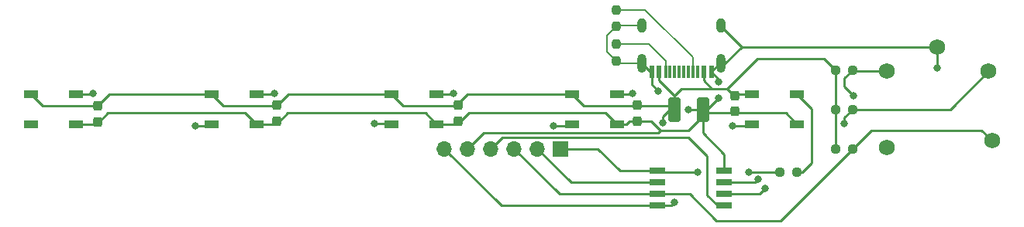
<source format=gbr>
%TF.GenerationSoftware,KiCad,Pcbnew,(6.0.9)*%
%TF.CreationDate,2022-11-05T18:14:27+01:00*%
%TF.ProjectId,pcb,7063622e-6b69-4636-9164-5f7063625858,rev?*%
%TF.SameCoordinates,Original*%
%TF.FileFunction,Copper,L1,Top*%
%TF.FilePolarity,Positive*%
%FSLAX46Y46*%
G04 Gerber Fmt 4.6, Leading zero omitted, Abs format (unit mm)*
G04 Created by KiCad (PCBNEW (6.0.9)) date 2022-11-05 18:14:27*
%MOMM*%
%LPD*%
G01*
G04 APERTURE LIST*
G04 Aperture macros list*
%AMRoundRect*
0 Rectangle with rounded corners*
0 $1 Rounding radius*
0 $2 $3 $4 $5 $6 $7 $8 $9 X,Y pos of 4 corners*
0 Add a 4 corners polygon primitive as box body*
4,1,4,$2,$3,$4,$5,$6,$7,$8,$9,$2,$3,0*
0 Add four circle primitives for the rounded corners*
1,1,$1+$1,$2,$3*
1,1,$1+$1,$4,$5*
1,1,$1+$1,$6,$7*
1,1,$1+$1,$8,$9*
0 Add four rect primitives between the rounded corners*
20,1,$1+$1,$2,$3,$4,$5,0*
20,1,$1+$1,$4,$5,$6,$7,0*
20,1,$1+$1,$6,$7,$8,$9,0*
20,1,$1+$1,$8,$9,$2,$3,0*%
G04 Aperture macros list end*
%TA.AperFunction,ComponentPad*%
%ADD10R,1.700000X1.700000*%
%TD*%
%TA.AperFunction,ComponentPad*%
%ADD11O,1.700000X1.700000*%
%TD*%
%TA.AperFunction,ComponentPad*%
%ADD12C,1.750000*%
%TD*%
%TA.AperFunction,SMDPad,CuDef*%
%ADD13R,0.600000X1.450000*%
%TD*%
%TA.AperFunction,SMDPad,CuDef*%
%ADD14R,0.300000X1.450000*%
%TD*%
%TA.AperFunction,ComponentPad*%
%ADD15O,1.000000X1.600000*%
%TD*%
%TA.AperFunction,ComponentPad*%
%ADD16O,1.000000X2.100000*%
%TD*%
%TA.AperFunction,SMDPad,CuDef*%
%ADD17RoundRect,0.237500X-0.237500X0.300000X-0.237500X-0.300000X0.237500X-0.300000X0.237500X0.300000X0*%
%TD*%
%TA.AperFunction,SMDPad,CuDef*%
%ADD18RoundRect,0.250000X-0.412500X-1.100000X0.412500X-1.100000X0.412500X1.100000X-0.412500X1.100000X0*%
%TD*%
%TA.AperFunction,SMDPad,CuDef*%
%ADD19R,1.500000X0.900000*%
%TD*%
%TA.AperFunction,SMDPad,CuDef*%
%ADD20RoundRect,0.237500X0.250000X0.237500X-0.250000X0.237500X-0.250000X-0.237500X0.250000X-0.237500X0*%
%TD*%
%TA.AperFunction,SMDPad,CuDef*%
%ADD21R,1.700000X0.650000*%
%TD*%
%TA.AperFunction,SMDPad,CuDef*%
%ADD22RoundRect,0.237500X-0.237500X0.250000X-0.237500X-0.250000X0.237500X-0.250000X0.237500X0.250000X0*%
%TD*%
%TA.AperFunction,SMDPad,CuDef*%
%ADD23RoundRect,0.237500X-0.250000X-0.237500X0.250000X-0.237500X0.250000X0.237500X-0.250000X0.237500X0*%
%TD*%
%TA.AperFunction,ViaPad*%
%ADD24C,0.800000*%
%TD*%
%TA.AperFunction,Conductor*%
%ADD25C,0.250000*%
%TD*%
%TA.AperFunction,Conductor*%
%ADD26C,0.150000*%
%TD*%
G04 APERTURE END LIST*
D10*
%TO.P,J2,1,Pin_1*%
%TO.N,/PB0*%
X151892000Y-103378000D03*
D11*
%TO.P,J2,2,Pin_2*%
%TO.N,/PB1*%
X149352000Y-103378000D03*
%TO.P,J2,3,Pin_3*%
%TO.N,/PB2*%
X146812000Y-103378000D03*
%TO.P,J2,4,Pin_4*%
%TO.N,/PB5*%
X144272000Y-103378000D03*
%TO.P,J2,5,Pin_5*%
%TO.N,GND*%
X141732000Y-103378000D03*
%TO.P,J2,6,Pin_6*%
%TO.N,+5V*%
X139192000Y-103378000D03*
%TD*%
D12*
%TO.P,SW1,A,A*%
%TO.N,/PB3*%
X187490000Y-94910000D03*
%TO.P,SW1,B,B*%
%TO.N,/PB4*%
X198590000Y-94910000D03*
%TO.P,SW1,C,C*%
%TO.N,GND*%
X193040000Y-92210000D03*
%TO.P,SW1,S1,S1*%
%TO.N,/PB2*%
X198990000Y-102510000D03*
%TO.P,SW1,S2,S2*%
%TO.N,GND*%
X187490000Y-103210000D03*
%TD*%
D13*
%TO.P,J1,A1,GND*%
%TO.N,GND*%
X168350000Y-94977000D03*
%TO.P,J1,A4,VBUS*%
%TO.N,+5V*%
X167550000Y-94977000D03*
D14*
%TO.P,J1,A5,CC1*%
%TO.N,Net-(J1-PadA5)*%
X166350000Y-94977000D03*
%TO.P,J1,A6,D+*%
%TO.N,unconnected-(J1-PadA6)*%
X165350000Y-94977000D03*
%TO.P,J1,A7,D-*%
%TO.N,unconnected-(J1-PadA7)*%
X164850000Y-94977000D03*
%TO.P,J1,A8,SBU1*%
%TO.N,unconnected-(J1-PadA8)*%
X163850000Y-94977000D03*
D13*
%TO.P,J1,A9,VBUS*%
%TO.N,+5V*%
X162650000Y-94977000D03*
%TO.P,J1,A12,GND*%
%TO.N,GND*%
X161850000Y-94977000D03*
%TO.P,J1,B1,GND*%
X161850000Y-94977000D03*
%TO.P,J1,B4,VBUS*%
%TO.N,+5V*%
X162650000Y-94977000D03*
D14*
%TO.P,J1,B5,CC2*%
%TO.N,Net-(J1-PadB5)*%
X163350000Y-94977000D03*
%TO.P,J1,B6,D+*%
%TO.N,unconnected-(J1-PadB6)*%
X164350000Y-94977000D03*
%TO.P,J1,B7,D-*%
%TO.N,unconnected-(J1-PadB7)*%
X165850000Y-94977000D03*
%TO.P,J1,B8,SBU2*%
%TO.N,unconnected-(J1-PadB8)*%
X166850000Y-94977000D03*
D13*
%TO.P,J1,B9,VBUS*%
%TO.N,+5V*%
X167550000Y-94977000D03*
%TO.P,J1,B12,GND*%
%TO.N,GND*%
X168350000Y-94977000D03*
D15*
%TO.P,J1,S1,SHIELD*%
X169420000Y-89882000D03*
D16*
X169420000Y-94062000D03*
X160780000Y-94062000D03*
D15*
X160780000Y-89882000D03*
%TD*%
D17*
%TO.P,C6,1*%
%TO.N,+5V*%
X101346000Y-98705500D03*
%TO.P,C6,2*%
%TO.N,GND*%
X101346000Y-100430500D03*
%TD*%
%TO.P,C5,1*%
%TO.N,+5V*%
X120904000Y-98605000D03*
%TO.P,C5,2*%
%TO.N,GND*%
X120904000Y-100330000D03*
%TD*%
%TO.P,C4,1*%
%TO.N,+5V*%
X140716000Y-98605000D03*
%TO.P,C4,2*%
%TO.N,GND*%
X140716000Y-100330000D03*
%TD*%
%TO.P,C3,1*%
%TO.N,+5V*%
X160274000Y-98605000D03*
%TO.P,C3,2*%
%TO.N,GND*%
X160274000Y-100330000D03*
%TD*%
%TO.P,C2,1*%
%TO.N,+5V*%
X170942000Y-97536000D03*
%TO.P,C2,2*%
%TO.N,GND*%
X170942000Y-99261000D03*
%TD*%
D18*
%TO.P,C1,1*%
%TO.N,+5V*%
X164299500Y-99060000D03*
%TO.P,C1,2*%
%TO.N,GND*%
X167424500Y-99060000D03*
%TD*%
D19*
%TO.P,D4,1,VDD*%
%TO.N,+5V*%
X113755000Y-97410000D03*
%TO.P,D4,2,DOUT*%
%TO.N,Net-(D4-Pad2)*%
X113755000Y-100710000D03*
%TO.P,D4,3,VSS*%
%TO.N,GND*%
X118655000Y-100710000D03*
%TO.P,D4,4,DIN*%
%TO.N,Net-(D3-Pad2)*%
X118655000Y-97410000D03*
%TD*%
D20*
%TO.P,R5,1*%
%TO.N,/PB2*%
X183792500Y-103378000D03*
%TO.P,R5,2*%
%TO.N,+5V*%
X181967500Y-103378000D03*
%TD*%
D21*
%TO.P,U1,1,~{RESET}/PB5*%
%TO.N,/PB5*%
X169766000Y-109601000D03*
%TO.P,U1,2,XTAL1/PB3*%
%TO.N,/PB3*%
X169766000Y-108331000D03*
%TO.P,U1,3,XTAL2/PB4*%
%TO.N,/PB4*%
X169766000Y-107061000D03*
%TO.P,U1,4,GND*%
%TO.N,GND*%
X169766000Y-105791000D03*
%TO.P,U1,5,AREF/PB0*%
%TO.N,/PB0*%
X162466000Y-105791000D03*
%TO.P,U1,6,PB1*%
%TO.N,/PB1*%
X162466000Y-107061000D03*
%TO.P,U1,7,PB2*%
%TO.N,/PB2*%
X162466000Y-108331000D03*
%TO.P,U1,8,VCC*%
%TO.N,+5V*%
X162466000Y-109601000D03*
%TD*%
D19*
%TO.P,D3,1,VDD*%
%TO.N,+5V*%
X133440000Y-97410000D03*
%TO.P,D3,2,DOUT*%
%TO.N,Net-(D3-Pad2)*%
X133440000Y-100710000D03*
%TO.P,D3,3,VSS*%
%TO.N,GND*%
X138340000Y-100710000D03*
%TO.P,D3,4,DIN*%
%TO.N,Net-(D2-Pad2)*%
X138340000Y-97410000D03*
%TD*%
D22*
%TO.P,R2,1*%
%TO.N,Net-(J1-PadA5)*%
X157988000Y-88138000D03*
%TO.P,R2,2*%
%TO.N,GND*%
X157988000Y-89963000D03*
%TD*%
D19*
%TO.P,D2,1,VDD*%
%TO.N,+5V*%
X153125000Y-97410000D03*
%TO.P,D2,2,DOUT*%
%TO.N,Net-(D2-Pad2)*%
X153125000Y-100710000D03*
%TO.P,D2,3,VSS*%
%TO.N,GND*%
X158025000Y-100710000D03*
%TO.P,D2,4,DIN*%
%TO.N,Net-(D1-Pad2)*%
X158025000Y-97410000D03*
%TD*%
%TO.P,D1,1,VDD*%
%TO.N,+5V*%
X172810000Y-97410000D03*
%TO.P,D1,2,DOUT*%
%TO.N,Net-(D1-Pad2)*%
X172810000Y-100710000D03*
%TO.P,D1,3,VSS*%
%TO.N,GND*%
X177710000Y-100710000D03*
%TO.P,D1,4,DIN*%
%TO.N,Net-(D1-Pad4)*%
X177710000Y-97410000D03*
%TD*%
D20*
%TO.P,R4,1*%
%TO.N,/PB4*%
X183792500Y-99060000D03*
%TO.P,R4,2*%
%TO.N,+5V*%
X181967500Y-99060000D03*
%TD*%
%TO.P,R3,1*%
%TO.N,/PB3*%
X183792500Y-94742000D03*
%TO.P,R3,2*%
%TO.N,+5V*%
X181967500Y-94742000D03*
%TD*%
D23*
%TO.P,R6,1*%
%TO.N,/PB0*%
X175871500Y-105918000D03*
%TO.P,R6,2*%
%TO.N,Net-(D1-Pad4)*%
X177696500Y-105918000D03*
%TD*%
D22*
%TO.P,R1,2*%
%TO.N,GND*%
X157988000Y-93726000D03*
%TO.P,R1,1*%
%TO.N,Net-(J1-PadB5)*%
X157988000Y-91901000D03*
%TD*%
D19*
%TO.P,D5,1,VDD*%
%TO.N,+5V*%
X94070000Y-97410000D03*
%TO.P,D5,2,DOUT*%
%TO.N,unconnected-(D5-Pad2)*%
X94070000Y-100710000D03*
%TO.P,D5,3,VSS*%
%TO.N,GND*%
X98970000Y-100710000D03*
%TO.P,D5,4,DIN*%
%TO.N,Net-(D4-Pad2)*%
X98970000Y-97410000D03*
%TD*%
D24*
%TO.N,GND*%
X169164000Y-96012000D03*
X169164000Y-97790000D03*
X193040000Y-94488000D03*
%TO.N,+5V*%
X163072299Y-100579701D03*
X164338000Y-109220000D03*
%TO.N,GND*%
X162560000Y-97028000D03*
X165862000Y-99060000D03*
%TO.N,Net-(D1-Pad2)*%
X159766000Y-97282000D03*
X170688000Y-100838000D03*
%TO.N,Net-(D2-Pad2)*%
X140208000Y-97282000D03*
X151130000Y-100838000D03*
%TO.N,Net-(D3-Pad2)*%
X131572000Y-100584000D03*
X120650000Y-97282000D03*
%TO.N,Net-(D4-Pad2)*%
X112014000Y-100838000D03*
X100838000Y-97282000D03*
%TO.N,/PB0*%
X166878000Y-105918000D03*
X172466000Y-105918000D03*
%TO.N,/PB3*%
X183896000Y-97536000D03*
X174244000Y-107696000D03*
%TO.N,/PB4*%
X182880000Y-100584000D03*
X173482000Y-106680000D03*
%TD*%
D25*
%TO.N,GND*%
X167424500Y-99060000D02*
X167894000Y-99060000D01*
X169164000Y-95791000D02*
X168350000Y-94977000D01*
X167894000Y-99060000D02*
X169164000Y-97790000D01*
X169164000Y-96012000D02*
X169164000Y-95791000D01*
%TO.N,+5V*%
X168402000Y-96774000D02*
X170053000Y-96774000D01*
X165100000Y-96774000D02*
X168402000Y-96774000D01*
X168402000Y-96774000D02*
X167550000Y-95922000D01*
X167550000Y-95922000D02*
X167550000Y-94977000D01*
%TO.N,GND*%
X169420000Y-94062000D02*
X169265000Y-94062000D01*
X169265000Y-94062000D02*
X168350000Y-94977000D01*
X171712000Y-92210000D02*
X171696000Y-92210000D01*
X193040000Y-92210000D02*
X171712000Y-92210000D01*
X171712000Y-92210000D02*
X169420000Y-89918000D01*
X169420000Y-89918000D02*
X169420000Y-89882000D01*
X171696000Y-92210000D02*
X169844000Y-94062000D01*
X169844000Y-94062000D02*
X169420000Y-94062000D01*
X161850000Y-94977000D02*
X161695000Y-94977000D01*
X161695000Y-94977000D02*
X160780000Y-94062000D01*
D26*
X157988000Y-93726000D02*
X158324000Y-94062000D01*
X158324000Y-94062000D02*
X160780000Y-94062000D01*
X157988000Y-89963000D02*
X156972000Y-90979000D01*
X156972000Y-90979000D02*
X156972000Y-92710000D01*
X156972000Y-92710000D02*
X157988000Y-93726000D01*
X157988000Y-89963000D02*
X158069000Y-89882000D01*
X158069000Y-89882000D02*
X160780000Y-89882000D01*
%TO.N,Net-(J1-PadB5)*%
X157988000Y-91901000D02*
X161498241Y-91901000D01*
X161498241Y-91901000D02*
X163350000Y-93752759D01*
X163350000Y-93752759D02*
X163350000Y-94977000D01*
%TO.N,Net-(J1-PadA5)*%
X157988000Y-88138000D02*
X161117000Y-88138000D01*
X161117000Y-88138000D02*
X166350000Y-93371000D01*
X166350000Y-93371000D02*
X166350000Y-94977000D01*
D25*
%TO.N,+5V*%
X164338000Y-97536000D02*
X165100000Y-96774000D01*
X164338000Y-97536000D02*
X164338000Y-99021500D01*
X164338000Y-97536000D02*
X162650000Y-95848000D01*
X162650000Y-95848000D02*
X162650000Y-94977000D01*
%TO.N,GND*%
X162560000Y-97028000D02*
X161850000Y-96318000D01*
X161850000Y-96318000D02*
X161850000Y-94977000D01*
%TO.N,+5V*%
X162466000Y-109601000D02*
X146177000Y-109601000D01*
X146177000Y-109601000D02*
X145415000Y-109601000D01*
X145415000Y-109601000D02*
X139192000Y-103378000D01*
%TO.N,/PB0*%
X162466000Y-105791000D02*
X158369000Y-105791000D01*
X158369000Y-105791000D02*
X155956000Y-103378000D01*
X155956000Y-103378000D02*
X151892000Y-103378000D01*
%TO.N,/PB1*%
X162466000Y-107061000D02*
X153289000Y-107061000D01*
X153289000Y-107061000D02*
X153035000Y-107061000D01*
X153035000Y-107061000D02*
X149352000Y-103378000D01*
%TO.N,/PB2*%
X162466000Y-108331000D02*
X152273000Y-108331000D01*
X152273000Y-108331000D02*
X151765000Y-108331000D01*
X151765000Y-108331000D02*
X146812000Y-103378000D01*
%TO.N,/PB5*%
X169766000Y-109601000D02*
X169037000Y-109601000D01*
X169037000Y-109601000D02*
X167894000Y-108458000D01*
X167894000Y-104140000D02*
X165862000Y-102108000D01*
X167894000Y-108458000D02*
X167894000Y-104140000D01*
X165862000Y-102108000D02*
X145542000Y-102108000D01*
X145542000Y-102108000D02*
X144272000Y-103378000D01*
%TO.N,GND*%
X162814000Y-101346000D02*
X162560000Y-101600000D01*
X162560000Y-101600000D02*
X143510000Y-101600000D01*
X143510000Y-101600000D02*
X141732000Y-103378000D01*
X162814000Y-101346000D02*
X165862000Y-101346000D01*
X167424500Y-99783500D02*
X167424500Y-99060000D01*
X165862000Y-101346000D02*
X167424500Y-99783500D01*
%TO.N,/PB2*%
X183792500Y-103378000D02*
X185824500Y-101346000D01*
X185824500Y-101346000D02*
X197826000Y-101346000D01*
X197826000Y-101346000D02*
X198990000Y-102510000D01*
%TO.N,GND*%
X193040000Y-92210000D02*
X193040000Y-94488000D01*
%TO.N,+5V*%
X170053000Y-96774000D02*
X170689000Y-97410000D01*
X170689000Y-97410000D02*
X172810000Y-97410000D01*
X170053000Y-96774000D02*
X173355000Y-93472000D01*
X173355000Y-93472000D02*
X180697500Y-93472000D01*
X180697500Y-93472000D02*
X181967500Y-94742000D01*
%TO.N,GND*%
X158025000Y-100710000D02*
X159031500Y-100710000D01*
X159411500Y-100330000D02*
X161798000Y-100330000D01*
X159031500Y-100710000D02*
X159411500Y-100330000D01*
X161798000Y-100330000D02*
X162814000Y-101346000D01*
X141885500Y-99467500D02*
X156782500Y-99467500D01*
X138340000Y-100710000D02*
X140643000Y-100710000D01*
X140643000Y-100710000D02*
X141885500Y-99467500D01*
X118655000Y-100710000D02*
X120854750Y-100710000D01*
X120854750Y-100710000D02*
X122097250Y-99467500D01*
X122097250Y-99467500D02*
X137097500Y-99467500D01*
X137097500Y-99467500D02*
X138340000Y-100710000D01*
X98970000Y-100710000D02*
X101220000Y-100710000D01*
X101220000Y-100710000D02*
X102462500Y-99467500D01*
X102462500Y-99467500D02*
X117412500Y-99467500D01*
X117412500Y-99467500D02*
X118655000Y-100710000D01*
%TO.N,+5V*%
X102588500Y-97410000D02*
X113755000Y-97410000D01*
X122146500Y-97410000D02*
X133440000Y-97410000D01*
X163957000Y-109601000D02*
X164338000Y-109220000D01*
X154367500Y-98652500D02*
X160274000Y-98652500D01*
X163072299Y-99826299D02*
X163068000Y-99822000D01*
X94070000Y-97410000D02*
X95312500Y-98652500D01*
X153125000Y-97410000D02*
X154367500Y-98652500D01*
X140462000Y-98652500D02*
X141704500Y-97410000D01*
X162466000Y-109601000D02*
X163957000Y-109601000D01*
X141704500Y-97410000D02*
X153125000Y-97410000D01*
X163892000Y-98652500D02*
X164299500Y-99060000D01*
X163068000Y-99822000D02*
X163830000Y-99060000D01*
X181967500Y-94742000D02*
X181967500Y-99060000D01*
X181967500Y-99060000D02*
X181967500Y-103378000D01*
X164338000Y-99021500D02*
X164299500Y-99060000D01*
X101346000Y-98652500D02*
X102588500Y-97410000D01*
X133440000Y-97410000D02*
X134682500Y-98652500D01*
X163072299Y-100579701D02*
X163072299Y-99826299D01*
X95312500Y-98652500D02*
X101346000Y-98652500D01*
X120904000Y-98652500D02*
X122146500Y-97410000D01*
X134682500Y-98652500D02*
X140462000Y-98652500D01*
X113755000Y-97410000D02*
X114997500Y-98652500D01*
X160274000Y-98652500D02*
X163892000Y-98652500D01*
X163830000Y-99060000D02*
X164299500Y-99060000D01*
X114997500Y-98652500D02*
X120904000Y-98652500D01*
%TO.N,GND*%
X167424500Y-99060000D02*
X167832000Y-99467500D01*
X167424500Y-101638500D02*
X167424500Y-99060000D01*
X169766000Y-103980000D02*
X167424500Y-101638500D01*
X170942000Y-99467500D02*
X176467500Y-99467500D01*
X156782500Y-99467500D02*
X158025000Y-100710000D01*
X165862000Y-99060000D02*
X167424500Y-99060000D01*
X169766000Y-105791000D02*
X169766000Y-103980000D01*
X176467500Y-99467500D02*
X177710000Y-100710000D01*
X167832000Y-99467500D02*
X170942000Y-99467500D01*
%TO.N,Net-(D1-Pad2)*%
X170688000Y-100838000D02*
X172682000Y-100838000D01*
X159638000Y-97410000D02*
X159766000Y-97282000D01*
X158025000Y-97410000D02*
X159638000Y-97410000D01*
X172682000Y-100838000D02*
X172810000Y-100710000D01*
%TO.N,Net-(D1-Pad4)*%
X178308000Y-105918000D02*
X177696500Y-105918000D01*
X177710000Y-97410000D02*
X179324000Y-99024000D01*
X179324000Y-104902000D02*
X178308000Y-105918000D01*
X179324000Y-99024000D02*
X179324000Y-104902000D01*
%TO.N,Net-(D2-Pad2)*%
X151130000Y-100838000D02*
X152997000Y-100838000D01*
X152997000Y-100838000D02*
X153125000Y-100710000D01*
X140080000Y-97410000D02*
X140208000Y-97282000D01*
X138340000Y-97410000D02*
X140080000Y-97410000D01*
%TO.N,Net-(D3-Pad2)*%
X118655000Y-97410000D02*
X120522000Y-97410000D01*
X131572000Y-100584000D02*
X133314000Y-100584000D01*
X133314000Y-100584000D02*
X133440000Y-100710000D01*
X120522000Y-97410000D02*
X120650000Y-97282000D01*
%TO.N,Net-(D4-Pad2)*%
X100710000Y-97410000D02*
X100838000Y-97282000D01*
X113627000Y-100838000D02*
X113755000Y-100710000D01*
X98970000Y-97410000D02*
X100710000Y-97410000D01*
X112014000Y-100838000D02*
X113627000Y-100838000D01*
%TO.N,/PB0*%
X164084000Y-105918000D02*
X166878000Y-105918000D01*
X164084000Y-105918000D02*
X162593000Y-105918000D01*
X175871500Y-105918000D02*
X174498000Y-105918000D01*
X174498000Y-105918000D02*
X172466000Y-105918000D01*
X162593000Y-105918000D02*
X162466000Y-105791000D01*
%TO.N,/PB2*%
X165989000Y-108331000D02*
X162466000Y-108331000D01*
X175918500Y-111252000D02*
X168910000Y-111252000D01*
X168910000Y-111252000D02*
X165989000Y-108331000D01*
X183792500Y-103378000D02*
X175918500Y-111252000D01*
%TO.N,/PB3*%
X182880000Y-96520000D02*
X182880000Y-95654500D01*
X183960500Y-94910000D02*
X187490000Y-94910000D01*
X183792500Y-94742000D02*
X183960500Y-94910000D01*
X183896000Y-97536000D02*
X182880000Y-96520000D01*
X173609000Y-108331000D02*
X174244000Y-107696000D01*
X182880000Y-95654500D02*
X183792500Y-94742000D01*
X169766000Y-108331000D02*
X173609000Y-108331000D01*
%TO.N,/PB4*%
X173101000Y-107061000D02*
X173482000Y-106680000D01*
X183792500Y-99060000D02*
X194440000Y-99060000D01*
X182880000Y-99972500D02*
X183792500Y-99060000D01*
X169766000Y-107061000D02*
X173101000Y-107061000D01*
X182880000Y-100584000D02*
X182880000Y-99972500D01*
X194440000Y-99060000D02*
X198590000Y-94910000D01*
%TD*%
M02*

</source>
